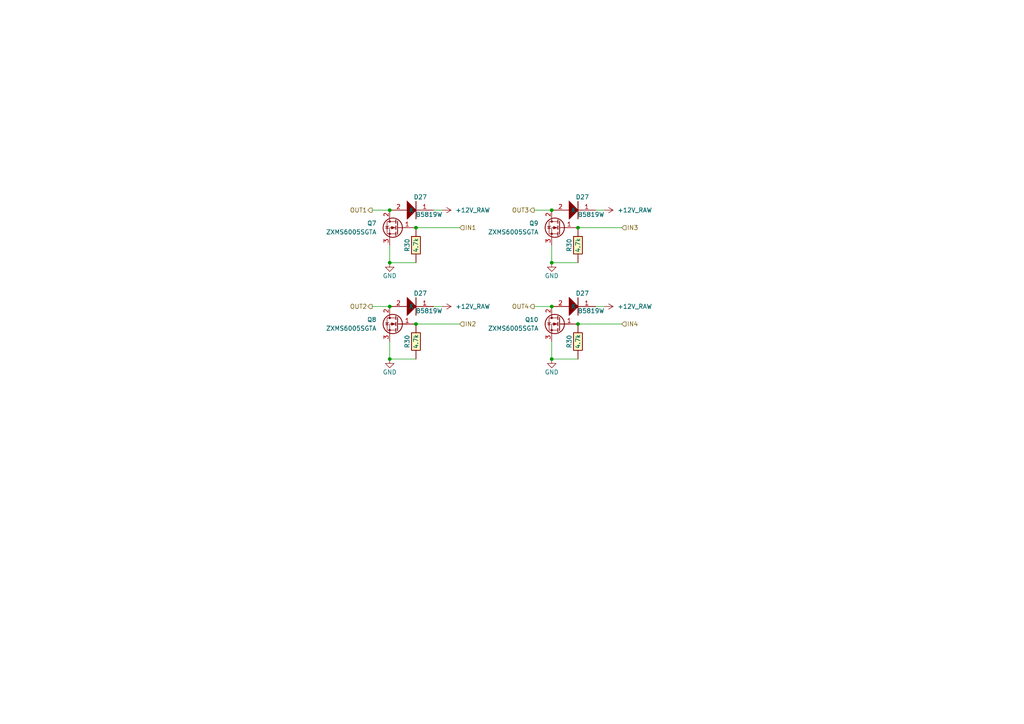
<source format=kicad_sch>
(kicad_sch (version 20231120) (generator "eeschema") (generator_version "8.0")
  (paper "A4")
  (title_block (title "UAEFI Low Side") (date "2023-11-01") (company "rusefi.com"))
  (lib_symbols
    (symbol "Transistor_FET:BSP129" (pin_names hide)
      (property "Reference" "Q" (at 5.08 1.905 0))
      (property "Value" "BSP129" (at 5.08 0 0))
      (symbol "BSP129_0_1"
        (polyline (pts (xy 0.254 0) (xy -2.54 0)))
        (polyline (pts (xy 0.254 1.905) (xy 0.254 -1.905)) (stroke (width 0.254)))
        (polyline (pts (xy 0.762 -1.27) (xy 0.762 -2.286)) (stroke (width 0.254)))
        (polyline (pts (xy 0.762 0.508) (xy 0.762 -0.508)) (stroke (width 0.254)))
        (polyline (pts (xy 0.762 2.286) (xy 0.762 1.27)) (stroke (width 0.254)))
        (polyline (pts (xy 2.54 2.54) (xy 2.54 1.778)))
        (polyline (pts (xy 2.54 -2.54) (xy 2.54 0) (xy 0.762 0)))
        (polyline (pts (xy 0.762 -1.778) (xy 3.302 -1.778) (xy 3.302 1.778) (xy 0.762 1.778)))
        (polyline (pts (xy 1.016 0) (xy 2.032 0.381) (xy 2.032 -0.381) (xy 1.016 0)) (fill (type outline)))
        (polyline (pts (xy 2.794 0.508) (xy 2.921 0.381) (xy 3.683 0.381) (xy 3.81 0.254)))
        (polyline (pts (xy 3.302 0.381) (xy 2.921 -0.254) (xy 3.683 -0.254) (xy 3.302 0.381)))
        (circle (center 1.651 0) (radius 2.794) (stroke (width 0.254)))
        (circle (center 2.54 -1.778) (radius 0.254) (fill (type outline)))
        (circle (center 2.54 1.778) (radius 0.254) (fill (type outline)))
      )
      (symbol "BSP129_1_1"
        (pin input line (at -5.08 0 0) (length 5.08) (name "G") (number "1"))
        (pin passive line (at 2.54 5.08 270) (length 2.54) (name "D") (number "2"))
        (pin passive line (at 2.54 -5.08 90) (length 2.54) (name "S") (number "3"))
      )
    )
    (symbol "hellen-one-common:+12V_RAW" (power) (pin_names (offset 0))
      (property "Value" "+12V_RAW" (at 0 3.556 0))
      (symbol "+12V_RAW_0_1"
        (polyline (pts (xy -0.762 1.27) (xy 0 2.54)))
        (polyline (pts (xy 0 0) (xy 0 2.54)))
        (polyline (pts (xy 0 2.54) (xy 0.762 1.27)))
      )
      (symbol "+12V_RAW_1_1"
        (pin power_in line (at 0 0 90) (length 0) hide (name "+12V_RAW") (number "1"))
      )
    )
    (symbol "hellen-one-common:1N4148WS"
      (property "Reference" "D" (at 0 2.54 0))
      (property "Value" "1N4148WS" (at 0 -3.81 0))
      (symbol "1N4148WS_1_0"
        (polyline (pts (xy 2.54 2.54) (xy 2.54 -2.54)) (stroke (width 0.254)))
        (polyline (pts (xy 0 -2.54) (xy 2.54 0) (xy 0 2.54) (xy 0 -2.54)) (stroke (width 0.254)) (fill (type outline)))
        (pin passive line (at 7.62 0 180) (length 5.08) (name "K") (number "1"))
        (pin passive line (at -5.08 0 0) (length 5.08) (name "A") (number "2"))
      )
    )
    (symbol "hellen-one-common:Res" (pin_numbers hide)
      (property "Reference" "R" (at 3.81 2.54 0))
      (property "Value" "Res" (at 5.08 -2.54 0))
      (symbol "Res_1_0"
        (rectangle (start 2.54 -1.27) (end 7.62 1.27) (stroke (width 0.254)) (fill (type background)))
        (pin passive line (at 0 0 0) (length 2.54) (name "") (number "1"))
        (pin passive line (at 10.16 0 180) (length 2.54) (name "") (number "2"))
      )
    )
    (symbol "power:GND" (power) (pin_names (offset 0))
      (property "Value" "GND" (at 0 -3.81 0))
      (symbol "GND_0_1"
        (polyline (pts (xy 0 0) (xy 0 -1.27) (xy 1.27 -1.27) (xy 0 -2.54) (xy -1.27 -1.27) (xy 0 -1.27)))
      )
      (symbol "GND_1_1"
        (pin power_in line (at 0 0 270) (length 0) hide (name "GND") (number "1"))
      )
    )
  )
  (junction (at 160.02 76.2))
  (junction (at 120.65 66.04))
  (junction (at 113.03 88.9))
  (junction (at 160.02 104.14))
  (junction (at 167.64 93.98))
  (junction (at 160.02 88.9))
  (junction (at 160.02 60.96))
  (junction (at 113.03 60.96))
  (junction (at 113.03 76.2))
  (junction (at 120.65 93.98))
  (junction (at 167.64 66.04))
  (junction (at 113.03 104.14))
  (wire (pts (xy 113.03 99.06) (xy 113.03 104.14)))
  (wire (pts (xy 128.27 60.96) (xy 125.73 60.96)))
  (wire (pts (xy 120.65 66.04) (xy 133.35 66.04)))
  (wire (pts (xy 160.02 71.12) (xy 160.02 76.2)))
  (wire (pts (xy 128.27 88.9) (xy 125.73 88.9)))
  (wire (pts (xy 167.64 66.04) (xy 180.34 66.04)))
  (wire (pts (xy 175.26 88.9) (xy 172.72 88.9)))
  (wire (pts (xy 154.94 60.96) (xy 160.02 60.96)))
  (wire (pts (xy 113.03 76.2) (xy 120.65 76.2)))
  (wire (pts (xy 160.02 76.2) (xy 167.64 76.2)))
  (wire (pts (xy 160.02 104.14) (xy 167.64 104.14)))
  (wire (pts (xy 154.94 88.9) (xy 160.02 88.9)))
  (wire (pts (xy 113.03 104.14) (xy 120.65 104.14)))
  (wire (pts (xy 167.64 93.98) (xy 180.34 93.98)))
  (wire (pts (xy 160.02 99.06) (xy 160.02 104.14)))
  (wire (pts (xy 113.03 71.12) (xy 113.03 76.2)))
  (wire (pts (xy 175.26 60.96) (xy 172.72 60.96)))
  (wire (pts (xy 107.95 88.9) (xy 113.03 88.9)))
  (wire (pts (xy 107.95 60.96) (xy 113.03 60.96)))
  (wire (pts (xy 120.65 93.98) (xy 133.35 93.98)))
  (hierarchical_label "IN1" (shape input) (at 133.35 66.04 0))
  (hierarchical_label "OUT4" (shape output) (at 154.94 88.9 180))
  (hierarchical_label "OUT3" (shape output) (at 154.94 60.96 180))
  (hierarchical_label "OUT2" (shape output) (at 107.95 88.9 180))
  (hierarchical_label "IN2" (shape input) (at 133.35 93.98 0))
  (hierarchical_label "IN3" (shape input) (at 180.34 66.04 0))
  (hierarchical_label "OUT1" (shape output) (at 107.95 60.96 180))
  (hierarchical_label "IN4" (shape input) (at 180.34 93.98 0))
  (symbol (lib_id "Transistor_FET:BSP129") (at 162.56 66.04 0) (mirror y) (unit 1)
    (property "Reference" "Q9" (at 156.21 64.77 0) (effects (justify left)))
    (property "Value" "ZXMS6005SGTA" (at 156.21 67.31 0) (effects (justify left)))
    (property "Footprint" "Package_TO_SOT_SMD:SOT-223" (effects (hide yes)))
    (property "Datasheet" "https://www.diodes.com/assets/Datasheets/ds32249.pdf" (effects (hide yes)))
    (property "LCSC" "C174042" (effects (hide yes)))
    (instances (project "uaeficopiedtovfr" (path "" (reference "Q9") (unit 1))) (project "uaefi" (path "" (reference "Q8") (unit 1)) (path "" (reference "Q3") (unit 1))))
  )
  (symbol (lib_id "hellen-one-common:+12V_RAW") (at 175.26 88.9 270) (mirror x) (unit 1)
    (property "Reference" "#PWR03" (effects (hide yes)))
    (property "Value" "+12V_RAW" (at 179.07 88.9 90) (effects (justify left)))
    (instances (project "lowside_quad" (path "" (reference "#PWR03") (unit 1))) (project "alphax_4ch" (path "" (reference "#PWR03") (unit 1))) (project "uaeficopiedtovfr" (path "" (reference "#PWR074") (unit 1))) (project "uaefi" (path "" (reference "#PWR022") (unit 1)) (path "" (reference "#PWR074") (unit 1))))
  )
  (symbol (lib_id "hellen-one-common:Res") (at 120.65 76.2 90) (unit 1)
    (property "Reference" "R30" (at 118.11 71.12 0))
    (property "Value" "4.7k" (at 120.65 71.12 0))
    (property "Footprint" "hellen-one-common:R0603" (effects (hide yes)))
    (property "LCSC" "C23162" (effects (hide yes)))
    (instances (project "alphax_8ch" (path "" (reference "R30") (unit 1)) (path "" (reference "R67") (unit 1))) (project "uaeficopiedtovfr" (path "" (reference "R21") (unit 1))) (project "uaefi" (path "" (reference "R53") (unit 1)) (path "" (reference "R30") (unit 1)) (path "" (reference "R10") (unit 1))))
  )
  (symbol (lib_id "hellen-one-common:+12V_RAW") (at 128.27 88.9 270) (mirror x) (unit 1)
    (property "Reference" "#PWR03" (effects (hide yes)))
    (property "Value" "+12V_RAW" (at 132.08 88.9 90) (effects (justify left)))
    (instances (project "lowside_quad" (path "" (reference "#PWR03") (unit 1))) (project "alphax_4ch" (path "" (reference "#PWR03") (unit 1))) (project "uaeficopiedtovfr" (path "" (reference "#PWR070") (unit 1))) (project "uaefi" (path "" (reference "#PWR022") (unit 1)) (path "" (reference "#PWR070") (unit 1))))
  )
  (symbol (lib_id "power:GND") (at 113.03 104.14 0) (unit 1)
    (property "Reference" "#PWR?" (effects (hide yes)))
    (property "Value" "GND" (at 113.03 107.95 0))
    (instances (project "hellen-hyundai-pb-154" (path "" (reference "#PWR?") (unit 1)) (path "" (reference "#PWR?") (unit 1))) (project "DUMB_COILS4" (path "" (reference "#PWR?") (unit 1))) (project "uaeficopiedtovfr" (path "" (reference "#PWR068") (unit 1))) (project "uaefi" (path "" (reference "#PWR018") (unit 1)) (path "" (reference "#PWR02") (unit 1)) (path "" (reference "#PWR09") (unit 1)) (path "" (reference "#PWR068") (unit 1))) (project "ign_quad" (path "" (reference "#PWR?") (unit 1))))
  )
  (symbol (lib_id "hellen-one-common:Res") (at 167.64 76.2 90) (unit 1)
    (property "Reference" "R30" (at 165.1 71.12 0))
    (property "Value" "4.7k" (at 167.64 71.12 0))
    (property "Footprint" "hellen-one-common:R0603" (effects (hide yes)))
    (property "LCSC" "C23162" (effects (hide yes)))
    (instances (project "alphax_8ch" (path "" (reference "R30") (unit 1)) (path "" (reference "R67") (unit 1))) (project "uaeficopiedtovfr" (path "" (reference "R23") (unit 1))) (project "uaefi" (path "" (reference "R53") (unit 1)) (path "" (reference "R32") (unit 1)) (path "" (reference "R12") (unit 1))))
  )
  (symbol (lib_id "Transistor_FET:BSP129") (at 115.57 93.98 0) (mirror y) (unit 1)
    (property "Reference" "Q8" (at 109.22 92.71 0) (effects (justify left)))
    (property "Value" "ZXMS6005SGTA" (at 109.22 95.25 0) (effects (justify left)))
    (property "Footprint" "Package_TO_SOT_SMD:SOT-223" (effects (hide yes)))
    (property "Datasheet" "https://www.diodes.com/assets/Datasheets/ds32249.pdf" (effects (hide yes)))
    (property "LCSC" "C174042" (effects (hide yes)))
    (instances (project "uaeficopiedtovfr" (path "" (reference "Q8") (unit 1))) (project "uaefi" (path "" (reference "Q7") (unit 1)) (path "" (reference "Q2") (unit 1))))
  )
  (symbol (lib_id "Transistor_FET:BSP129") (at 115.57 66.04 0) (mirror y) (unit 1)
    (property "Reference" "Q7" (at 109.22 64.77 0) (effects (justify left)))
    (property "Value" "ZXMS6005SGTA" (at 109.22 67.31 0) (effects (justify left)))
    (property "Footprint" "Package_TO_SOT_SMD:SOT-223" (effects (hide yes)))
    (property "Datasheet" "https://www.diodes.com/assets/Datasheets/ds32249.pdf" (effects (hide yes)))
    (property "LCSC" "C174042" (effects (hide yes)))
    (instances (project "uaeficopiedtovfr" (path "" (reference "Q7") (unit 1))) (project "uaefi" (path "" (reference "Q13") (unit 1)) (path "" (reference "Q1") (unit 1))))
  )
  (symbol (lib_id "hellen-one-common:1N4148WS") (at 165.1 88.9 0) (mirror x) (unit 1)
    (property "Reference" "D27" (at 168.91 85.09 0))
    (property "Value" "B5819W" (at 171.45 90.17 0))
    (property "Footprint" "hellen-one-common:SOD-123" (effects (hide yes)))
    (property "LCSC" "C8598" (effects (hide yes)))
    (instances (project "lowside_quad" (path "" (reference "D27") (unit 1))) (project "alphax_8ch" (path "" (reference "D27") (unit 1)) (path "" (reference "D91") (unit 1))) (project "uaeficopiedtovfr" (path "" (reference "D5") (unit 1))) (project "uaefi" (path "" (reference "D12") (unit 1)) (path "" (reference "D5") (unit 1))))
  )
  (symbol (lib_id "power:GND") (at 160.02 76.2 0) (unit 1)
    (property "Reference" "#PWR?" (effects (hide yes)))
    (property "Value" "GND" (at 160.02 80.01 0))
    (instances (project "hellen-hyundai-pb-154" (path "" (reference "#PWR?") (unit 1)) (path "" (reference "#PWR?") (unit 1))) (project "DUMB_COILS4" (path "" (reference "#PWR?") (unit 1))) (project "uaeficopiedtovfr" (path "" (reference "#PWR071") (unit 1))) (project "uaefi" (path "" (reference "#PWR018") (unit 1)) (path "" (reference "#PWR02") (unit 1)) (path "" (reference "#PWR013") (unit 1)) (path "" (reference "#PWR071") (unit 1))) (project "ign_quad" (path "" (reference "#PWR?") (unit 1))))
  )
  (symbol (lib_id "hellen-one-common:+12V_RAW") (at 128.27 60.96 270) (mirror x) (unit 1)
    (property "Reference" "#PWR03" (effects (hide yes)))
    (property "Value" "+12V_RAW" (at 132.08 60.96 90) (effects (justify left)))
    (instances (project "lowside_quad" (path "" (reference "#PWR03") (unit 1))) (project "alphax_4ch" (path "" (reference "#PWR03") (unit 1))) (project "uaeficopiedtovfr" (path "" (reference "#PWR069") (unit 1))) (project "uaefi" (path "" (reference "#PWR022") (unit 1)) (path "" (reference "#PWR069") (unit 1))))
  )
  (symbol (lib_id "hellen-one-common:+12V_RAW") (at 175.26 60.96 270) (mirror x) (unit 1)
    (property "Reference" "#PWR03" (effects (hide yes)))
    (property "Value" "+12V_RAW" (at 179.07 60.96 90) (effects (justify left)))
    (instances (project "lowside_quad" (path "" (reference "#PWR03") (unit 1))) (project "alphax_4ch" (path "" (reference "#PWR03") (unit 1))) (project "uaeficopiedtovfr" (path "" (reference "#PWR073") (unit 1))) (project "uaefi" (path "" (reference "#PWR022") (unit 1)) (path "" (reference "#PWR073") (unit 1))))
  )
  (symbol (lib_id "hellen-one-common:1N4148WS") (at 165.1 60.96 0) (mirror x) (unit 1)
    (property "Reference" "D27" (at 168.91 57.15 0))
    (property "Value" "B5819W" (at 171.45 62.23 0))
    (property "Footprint" "hellen-one-common:SOD-123" (effects (hide yes)))
    (property "LCSC" "C8598" (effects (hide yes)))
    (instances (project "lowside_quad" (path "" (reference "D27") (unit 1))) (project "alphax_8ch" (path "" (reference "D27") (unit 1)) (path "" (reference "D91") (unit 1))) (project "uaeficopiedtovfr" (path "" (reference "D4") (unit 1))) (project "uaefi" (path "" (reference "D12") (unit 1)) (path "" (reference "D4") (unit 1))))
  )
  (symbol (lib_id "Transistor_FET:BSP129") (at 162.56 93.98 0) (mirror y) (unit 1)
    (property "Reference" "Q10" (at 156.21 92.71 0) (effects (justify left)))
    (property "Value" "ZXMS6005SGTA" (at 156.21 95.25 0) (effects (justify left)))
    (property "Footprint" "Package_TO_SOT_SMD:SOT-223" (effects (hide yes)))
    (property "Datasheet" "https://www.diodes.com/assets/Datasheets/ds32249.pdf" (effects (hide yes)))
    (property "LCSC" "C174042" (effects (hide yes)))
    (instances (project "uaeficopiedtovfr" (path "" (reference "Q10") (unit 1))) (project "uaefi" (path "" (reference "Q9") (unit 1)) (path "" (reference "Q4") (unit 1))))
  )
  (symbol (lib_id "power:GND") (at 113.03 76.2 0) (unit 1)
    (property "Reference" "#PWR?" (effects (hide yes)))
    (property "Value" "GND" (at 113.03 80.01 0))
    (instances (project "hellen-hyundai-pb-154" (path "" (reference "#PWR?") (unit 1)) (path "" (reference "#PWR?") (unit 1))) (project "DUMB_COILS4" (path "" (reference "#PWR?") (unit 1))) (project "uaeficopiedtovfr" (path "" (reference "#PWR067") (unit 1))) (project "uaefi" (path "" (reference "#PWR018") (unit 1)) (path "" (reference "#PWR02") (unit 1)) (path "" (reference "#PWR08") (unit 1)) (path "" (reference "#PWR067") (unit 1))) (project "ign_quad" (path "" (reference "#PWR?") (unit 1))))
  )
  (symbol (lib_id "hellen-one-common:1N4148WS") (at 118.11 60.96 0) (mirror x) (unit 1)
    (property "Reference" "D27" (at 121.92 57.15 0))
    (property "Value" "B5819W" (at 124.46 62.23 0))
    (property "Footprint" "hellen-one-common:SOD-123" (effects (hide yes)))
    (property "LCSC" "C8598" (effects (hide yes)))
    (instances (project "lowside_quad" (path "" (reference "D27") (unit 1))) (project "alphax_8ch" (path "" (reference "D27") (unit 1)) (path "" (reference "D91") (unit 1))) (project "uaeficopiedtovfr" (path "" (reference "D2") (unit 1))) (project "uaefi" (path "" (reference "D12") (unit 1)) (path "" (reference "D2") (unit 1))))
  )
  (symbol (lib_id "power:GND") (at 160.02 104.14 0) (unit 1)
    (property "Reference" "#PWR?" (effects (hide yes)))
    (property "Value" "GND" (at 160.02 107.95 0))
    (instances (project "hellen-hyundai-pb-154" (path "" (reference "#PWR?") (unit 1)) (path "" (reference "#PWR?") (unit 1))) (project "DUMB_COILS4" (path "" (reference "#PWR?") (unit 1))) (project "uaeficopiedtovfr" (path "" (reference "#PWR072") (unit 1))) (project "uaefi" (path "" (reference "#PWR018") (unit 1)) (path "" (reference "#PWR02") (unit 1)) (path "" (reference "#PWR014") (unit 1)) (path "" (reference "#PWR072") (unit 1))) (project "ign_quad" (path "" (reference "#PWR?") (unit 1))))
  )
  (symbol (lib_id "hellen-one-common:1N4148WS") (at 118.11 88.9 0) (mirror x) (unit 1)
    (property "Reference" "D27" (at 121.92 85.09 0))
    (property "Value" "B5819W" (at 124.46 90.17 0))
    (property "Footprint" "hellen-one-common:SOD-123" (effects (hide yes)))
    (property "LCSC" "C8598" (effects (hide yes)))
    (instances (project "lowside_quad" (path "" (reference "D27") (unit 1))) (project "alphax_8ch" (path "" (reference "D27") (unit 1)) (path "" (reference "D91") (unit 1))) (project "uaeficopiedtovfr" (path "" (reference "D3") (unit 1))) (project "uaefi" (path "" (reference "D12") (unit 1)) (path "" (reference "D3") (unit 1))))
  )
  (symbol (lib_id "hellen-one-common:Res") (at 167.64 104.14 90) (unit 1)
    (property "Reference" "R30" (at 165.1 99.06 0))
    (property "Value" "4.7k" (at 167.64 99.06 0))
    (property "Footprint" "hellen-one-common:R0603" (effects (hide yes)))
    (property "LCSC" "C23162" (effects (hide yes)))
    (instances (project "alphax_8ch" (path "" (reference "R30") (unit 1)) (path "" (reference "R67") (unit 1))) (project "uaeficopiedtovfr" (path "" (reference "R24") (unit 1))) (project "uaefi" (path "" (reference "R53") (unit 1)) (path "" (reference "R33") (unit 1)) (path "" (reference "R13") (unit 1))))
  )
  (symbol (lib_id "hellen-one-common:Res") (at 120.65 104.14 90) (unit 1)
    (property "Reference" "R30" (at 118.11 99.06 0))
    (property "Value" "4.7k" (at 120.65 99.06 0))
    (property "Footprint" "hellen-one-common:R0603" (effects (hide yes)))
    (property "LCSC" "C23162" (effects (hide yes)))
    (instances (project "alphax_8ch" (path "" (reference "R30") (unit 1)) (path "" (reference "R67") (unit 1))) (project "uaeficopiedtovfr" (path "" (reference "R22") (unit 1))) (project "uaefi" (path "" (reference "R53") (unit 1)) (path "" (reference "R31") (unit 1)) (path "" (reference "R11") (unit 1))))
  )
)
</source>
